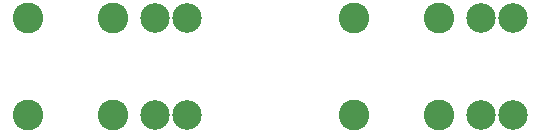
<source format=gbr>
%TF.GenerationSoftware,KiCad,Pcbnew,7.0.1*%
%TF.CreationDate,2024-03-13T10:09:07+01:00*%
%TF.ProjectId,bar_test_proto,6261725f-7465-4737-945f-70726f746f2e,rev?*%
%TF.SameCoordinates,Original*%
%TF.FileFunction,Soldermask,Bot*%
%TF.FilePolarity,Negative*%
%FSLAX46Y46*%
G04 Gerber Fmt 4.6, Leading zero omitted, Abs format (unit mm)*
G04 Created by KiCad (PCBNEW 7.0.1) date 2024-03-13 10:09:07*
%MOMM*%
%LPD*%
G01*
G04 APERTURE LIST*
%ADD10C,2.600000*%
%ADD11C,2.500000*%
G04 APERTURE END LIST*
D10*
%TO.C,CON2*%
X152475000Y-54610000D03*
X152475000Y-62840000D03*
X159655000Y-54610000D03*
X159655000Y-62840000D03*
D11*
X163195000Y-54610000D03*
X163195000Y-62840000D03*
X165925000Y-54610000D03*
X165925000Y-62840000D03*
%TD*%
D10*
%TO.C,CON1*%
X124900000Y-54610000D03*
X124900000Y-62840000D03*
X132080000Y-54610000D03*
X132080000Y-62840000D03*
D11*
X135620000Y-54610000D03*
X135620000Y-62840000D03*
X138350000Y-54610000D03*
X138350000Y-62840000D03*
%TD*%
M02*

</source>
